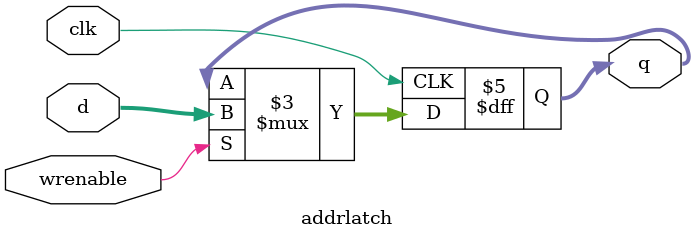
<source format=v>
module addrlatch (q, d, wrenable, clk);
	parameter W = 8;

	output reg [W-1:0] q;
	input [W-1:0] d;
	input wrenable;
	input clk;

	always @(posedge clk) begin
		if (wrenable) begin
			q = d;
		end
	end
endmodule
</source>
